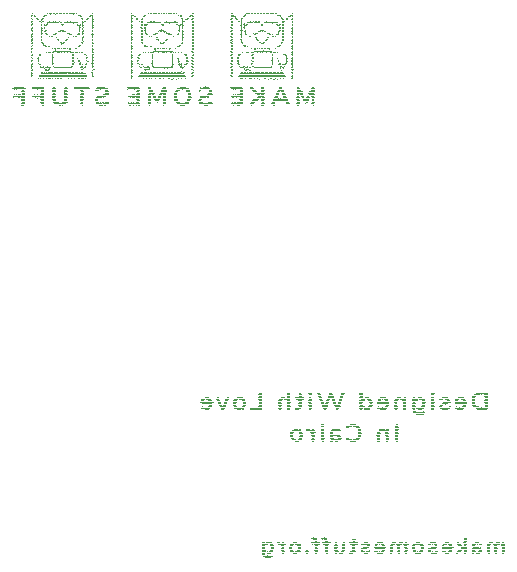
<source format=gbr>
G04 EAGLE Gerber RS-274X export*
G75*
%MOMM*%
%FSLAX34Y34*%
%LPD*%
%INSilkscreen Bottom*%
%IPPOS*%
%AMOC8*
5,1,8,0,0,1.08239X$1,22.5*%
G01*
%ADD10R,0.083819X0.084581*%
%ADD11R,0.086363X0.084581*%
%ADD12R,0.170181X0.084581*%
%ADD13R,0.254000X0.084581*%
%ADD14R,0.170181X0.084838*%
%ADD15R,0.337819X0.084838*%
%ADD16R,0.254000X0.084838*%
%ADD17R,1.099819X0.084838*%
%ADD18R,0.848363X0.084838*%
%ADD19R,0.678181X0.084838*%
%ADD20R,0.086363X0.084838*%
%ADD21R,0.845819X0.084838*%
%ADD22R,0.167637X0.084838*%
%ADD23R,0.337819X0.084581*%
%ADD24R,0.340363X0.084581*%
%ADD25R,1.099819X0.084581*%
%ADD26R,1.183638X0.084581*%
%ADD27R,0.932181X0.084581*%
%ADD28R,0.508000X0.084581*%
%ADD29R,1.016000X0.084581*%
%ADD30R,0.167637X0.084581*%
%ADD31R,0.424181X0.084581*%
%ADD32R,0.340363X0.084838*%
%ADD33R,1.270000X0.084581*%
%ADD34R,0.083819X0.084838*%
%ADD35R,0.508000X0.084838*%
%ADD36R,0.424181X0.084838*%
%ADD37R,0.421637X0.084581*%
%ADD38R,0.591819X0.084581*%
%ADD39R,0.762000X0.084581*%
%ADD40R,0.762000X0.084838*%
%ADD41R,1.016000X0.084838*%
%ADD42R,0.929638X0.084838*%
%ADD43R,0.421637X0.084838*%
%ADD44R,0.594363X0.084838*%
%ADD45R,0.932181X0.084838*%
%ADD46R,0.929638X0.084581*%
%ADD47R,1.353819X0.084581*%
%ADD48R,1.102363X0.084581*%
%ADD49R,0.675638X0.084581*%
%ADD50R,4.150362X0.084838*%
%ADD51R,4.064000X0.084838*%
%ADD52R,4.064000X0.084581*%
%ADD53R,3.980181X0.084581*%
%ADD54R,3.893819X0.084581*%
%ADD55R,3.726181X0.084838*%
%ADD56R,3.810000X0.084838*%
%ADD57R,3.723638X0.084838*%
%ADD58R,3.726181X0.084581*%
%ADD59R,1.440181X0.084581*%
%ADD60R,1.186181X0.084581*%
%ADD61R,1.607819X0.084581*%
%ADD62R,1.610363X0.084581*%
%ADD63R,1.102363X0.084838*%
%ADD64R,1.186181X0.084838*%
%ADD65R,1.524000X0.084581*%
%ADD66R,2.710181X0.084838*%
%ADD67R,2.626362X0.084838*%
%ADD68R,0.675638X0.084838*%
%ADD69R,0.591819X0.084838*%
%ADD70R,0.845819X0.084581*%
%ADD71R,0.594363X0.084581*%
%ADD72R,0.848363X0.084581*%
%ADD73R,0.678181X0.084581*%
%ADD74R,1.440181X0.084838*%


D10*
X332709Y395356D03*
D11*
X319158Y395356D03*
X298838Y395356D03*
D10*
X290367Y395356D03*
D11*
X288678Y395356D03*
D10*
X280207Y395356D03*
X270047Y395356D03*
D11*
X268358Y395356D03*
D10*
X264967Y395356D03*
D12*
X242539Y395356D03*
D11*
X240418Y395356D03*
D13*
X222638Y395356D03*
D11*
X220098Y395356D03*
D10*
X205709Y395356D03*
X193847Y395356D03*
D11*
X184538Y395356D03*
D10*
X182849Y395356D03*
X180309Y395356D03*
D11*
X176918Y395356D03*
D12*
X156179Y395356D03*
X153639Y395356D03*
D11*
X151518Y395356D03*
D10*
X137129Y395356D03*
X120187Y395356D03*
D12*
X118079Y395356D03*
D11*
X103258Y395356D03*
D10*
X87167Y395356D03*
D11*
X85478Y395356D03*
D14*
X332277Y396203D03*
X319577Y396203D03*
D15*
X311119Y396203D03*
D14*
X298419Y396203D03*
D16*
X289516Y396203D03*
X280220Y396203D03*
D17*
X267507Y396203D03*
D18*
X241688Y396203D03*
D19*
X222219Y396203D03*
D20*
X217558Y396203D03*
D16*
X206560Y396203D03*
X193860Y396203D03*
D17*
X180309Y396203D03*
D21*
X154477Y396203D03*
D16*
X136278Y396203D03*
D21*
X118079Y396203D03*
D16*
X103258Y396203D03*
D22*
X86748Y396203D03*
D13*
X331858Y397050D03*
D10*
X325927Y397050D03*
D23*
X319577Y397050D03*
X311119Y397050D03*
X298419Y397050D03*
D24*
X289948Y397050D03*
D23*
X280639Y397050D03*
D25*
X267507Y397050D03*
D26*
X241688Y397050D03*
D27*
X221787Y397050D03*
D13*
X206560Y397050D03*
X193860Y397050D03*
D25*
X180309Y397050D03*
D28*
X157030Y397050D03*
X151086Y397050D03*
D13*
X136278Y397050D03*
D29*
X118066Y397050D03*
D13*
X103258Y397050D03*
D24*
X86748Y397050D03*
D13*
X332696Y397896D03*
D11*
X326778Y397896D03*
D13*
X319996Y397896D03*
X310700Y397896D03*
X298838Y397896D03*
D30*
X289948Y397896D03*
D23*
X281477Y397896D03*
X271317Y397896D03*
D11*
X268358Y397896D03*
X265818Y397896D03*
D10*
X264129Y397896D03*
D23*
X245079Y397896D03*
X237459Y397896D03*
X225597Y397896D03*
X217977Y397896D03*
D13*
X206560Y397896D03*
D10*
X200629Y397896D03*
D13*
X193860Y397896D03*
X183700Y397896D03*
D10*
X180309Y397896D03*
X178607Y397896D03*
X176067Y397896D03*
D24*
X157868Y397896D03*
D11*
X154058Y397896D03*
D10*
X152369Y397896D03*
D13*
X149816Y397896D03*
D12*
X136697Y397896D03*
D31*
X121889Y397896D03*
X114269Y397896D03*
D23*
X102839Y397896D03*
D13*
X87180Y397896D03*
D15*
X332277Y398743D03*
D16*
X325940Y398743D03*
X319158Y398743D03*
X309836Y398743D03*
X299676Y398743D03*
D32*
X289948Y398743D03*
X282328Y398743D03*
D16*
X271736Y398743D03*
D22*
X246768Y398743D03*
D32*
X236608Y398743D03*
X226448Y398743D03*
D15*
X217139Y398743D03*
D16*
X206560Y398743D03*
X199778Y398743D03*
X193860Y398743D03*
X184538Y398743D03*
X159138Y398743D03*
D15*
X149397Y398743D03*
X136697Y398743D03*
D16*
X122740Y398743D03*
X113418Y398743D03*
X103258Y398743D03*
D22*
X86748Y398743D03*
D12*
X332277Y399590D03*
D31*
X325927Y399590D03*
D13*
X319996Y399590D03*
D33*
X304756Y399590D03*
D13*
X289516Y399590D03*
D31*
X282747Y399590D03*
D13*
X271736Y399590D03*
X236176Y399590D03*
X226880Y399590D03*
D24*
X216288Y399590D03*
D13*
X206560Y399590D03*
D23*
X200197Y399590D03*
D13*
X193860Y399590D03*
X184538Y399590D03*
X148978Y399590D03*
X136278Y399590D03*
X122740Y399590D03*
X113418Y399590D03*
X103258Y399590D03*
D24*
X86748Y399590D03*
D12*
X332277Y400436D03*
D31*
X325927Y400436D03*
D13*
X319158Y400436D03*
D33*
X304756Y400436D03*
D24*
X289948Y400436D03*
D28*
X284030Y400436D03*
D23*
X271317Y400436D03*
D13*
X237040Y400436D03*
D23*
X227299Y400436D03*
D24*
X216288Y400436D03*
D13*
X206560Y400436D03*
D28*
X200210Y400436D03*
D13*
X193860Y400436D03*
X183700Y400436D03*
X148978Y400436D03*
D23*
X136697Y400436D03*
D13*
X122740Y400436D03*
D23*
X112999Y400436D03*
X102839Y400436D03*
D24*
X86748Y400436D03*
D15*
X332277Y401283D03*
D22*
X328048Y401283D03*
D15*
X324657Y401283D03*
D16*
X319996Y401283D03*
X308998Y401283D03*
D20*
X306458Y401283D03*
D34*
X304769Y401283D03*
X303067Y401283D03*
D16*
X300540Y401283D03*
X289516Y401283D03*
D32*
X284868Y401283D03*
D16*
X271736Y401283D03*
D35*
X237446Y401283D03*
D15*
X227299Y401283D03*
D32*
X216288Y401283D03*
D16*
X206560Y401283D03*
D35*
X200210Y401283D03*
D16*
X193860Y401283D03*
X184538Y401283D03*
D36*
X149829Y401283D03*
D16*
X136278Y401283D03*
X123578Y401283D03*
X113418Y401283D03*
X103258Y401283D03*
D34*
X99029Y401283D03*
D16*
X87180Y401283D03*
D13*
X332696Y402130D03*
D24*
X328048Y402130D03*
D12*
X323819Y402130D03*
D23*
X319577Y402130D03*
X308579Y402130D03*
X300959Y402130D03*
D13*
X290380Y402130D03*
D37*
X286138Y402130D03*
D13*
X271736Y402130D03*
D10*
X267507Y402130D03*
D30*
X264548Y402130D03*
D11*
X242958Y402130D03*
D38*
X238729Y402130D03*
D23*
X228137Y402130D03*
D13*
X215856Y402130D03*
X206560Y402130D03*
X202318Y402130D03*
X198076Y402130D03*
X193860Y402130D03*
D23*
X184119Y402130D03*
D10*
X181147Y402130D03*
D11*
X179458Y402130D03*
D10*
X177769Y402130D03*
X154909Y402130D03*
D28*
X151086Y402130D03*
D23*
X136697Y402130D03*
X123159Y402130D03*
D13*
X112580Y402130D03*
D23*
X102839Y402130D03*
D10*
X97327Y402130D03*
D24*
X86748Y402130D03*
D11*
X82938Y402130D03*
D10*
X78709Y402130D03*
D13*
X331858Y402976D03*
D30*
X328048Y402976D03*
D13*
X323400Y402976D03*
D12*
X319577Y402976D03*
D13*
X308160Y402976D03*
X301378Y402976D03*
D28*
X288246Y402976D03*
D29*
X267926Y402976D03*
D39*
X240418Y402976D03*
D13*
X227718Y402976D03*
X215856Y402976D03*
X206560Y402976D03*
X202318Y402976D03*
X198076Y402976D03*
X193860Y402976D03*
D29*
X180728Y402976D03*
D39*
X153220Y402976D03*
D13*
X136278Y402976D03*
X122740Y402976D03*
D23*
X112999Y402976D03*
D29*
X99448Y402976D03*
X83370Y402976D03*
D14*
X332277Y403823D03*
D16*
X328480Y403823D03*
X323400Y403823D03*
D15*
X319577Y403823D03*
D16*
X308160Y403823D03*
D15*
X301797Y403823D03*
D40*
X287840Y403823D03*
D41*
X267926Y403823D03*
D19*
X242539Y403823D03*
D16*
X227718Y403823D03*
D32*
X216288Y403823D03*
D16*
X206560Y403823D03*
X203156Y403823D03*
X197238Y403823D03*
X193860Y403823D03*
D41*
X179890Y403823D03*
D19*
X154477Y403823D03*
D16*
X136278Y403823D03*
X123578Y403823D03*
X112580Y403823D03*
D41*
X99448Y403823D03*
D42*
X82938Y403823D03*
D38*
X331007Y404670D03*
D13*
X322536Y404670D03*
D12*
X319577Y404670D03*
D24*
X307728Y404670D03*
D13*
X302216Y404670D03*
X289516Y404670D03*
X286138Y404670D03*
D23*
X271317Y404670D03*
D11*
X268358Y404670D03*
D10*
X266669Y404670D03*
X264967Y404670D03*
D31*
X244647Y404670D03*
D13*
X227718Y404670D03*
X215856Y404670D03*
X206560Y404670D03*
X203156Y404670D03*
D12*
X196819Y404670D03*
D13*
X193860Y404670D03*
D23*
X184119Y404670D03*
D10*
X181147Y404670D03*
D11*
X179458Y404670D03*
D28*
X157030Y404670D03*
D23*
X136697Y404670D03*
X123159Y404670D03*
X112999Y404670D03*
X102839Y404670D03*
D10*
X99029Y404670D03*
X96489Y404670D03*
D13*
X87180Y404670D03*
D10*
X84627Y404670D03*
D11*
X82938Y404670D03*
D10*
X81249Y404670D03*
X79547Y404670D03*
D28*
X330588Y405516D03*
X321266Y405516D03*
D13*
X307296Y405516D03*
X302216Y405516D03*
D24*
X289948Y405516D03*
D31*
X285287Y405516D03*
D13*
X271736Y405516D03*
D23*
X245079Y405516D03*
D13*
X227718Y405516D03*
X215856Y405516D03*
D28*
X205290Y405516D03*
D38*
X195549Y405516D03*
D13*
X184538Y405516D03*
D24*
X157868Y405516D03*
D13*
X137116Y405516D03*
X122740Y405516D03*
D12*
X112999Y405516D03*
D13*
X103258Y405516D03*
X87180Y405516D03*
D35*
X331426Y406363D03*
X320428Y406363D03*
D16*
X306458Y406363D03*
X303080Y406363D03*
X289516Y406363D03*
D15*
X284017Y406363D03*
X271317Y406363D03*
D16*
X245498Y406363D03*
D15*
X227299Y406363D03*
D32*
X216288Y406363D03*
D35*
X205290Y406363D03*
D43*
X194698Y406363D03*
D15*
X184119Y406363D03*
D14*
X158719Y406363D03*
D20*
X156598Y406363D03*
D16*
X136278Y406363D03*
D14*
X123997Y406363D03*
D34*
X121889Y406363D03*
D16*
X112580Y406363D03*
D15*
X102839Y406363D03*
D32*
X86748Y406363D03*
D31*
X331007Y407210D03*
X320847Y407210D03*
D13*
X306458Y407210D03*
X303080Y407210D03*
X289516Y407210D03*
D23*
X283179Y407210D03*
D13*
X271736Y407210D03*
X245498Y407210D03*
D10*
X236189Y407210D03*
D24*
X226448Y407210D03*
D13*
X216720Y407210D03*
D31*
X205709Y407210D03*
D37*
X194698Y407210D03*
D13*
X183700Y407210D03*
D24*
X157868Y407210D03*
D13*
X137116Y407210D03*
D23*
X123159Y407210D03*
X112999Y407210D03*
D13*
X103258Y407210D03*
D24*
X86748Y407210D03*
D23*
X332277Y408056D03*
D24*
X320428Y408056D03*
D28*
X305188Y408056D03*
D24*
X289948Y408056D03*
X282328Y408056D03*
D13*
X271736Y408056D03*
X245498Y408056D03*
D30*
X236608Y408056D03*
D24*
X226448Y408056D03*
D37*
X217558Y408056D03*
D31*
X205709Y408056D03*
D37*
X194698Y408056D03*
D13*
X184538Y408056D03*
X157436Y408056D03*
D23*
X149397Y408056D03*
D13*
X136278Y408056D03*
X122740Y408056D03*
D23*
X112999Y408056D03*
D13*
X103258Y408056D03*
D30*
X86748Y408056D03*
D15*
X331439Y408903D03*
D36*
X320009Y408903D03*
X304769Y408903D03*
D32*
X289948Y408903D03*
D15*
X281477Y408903D03*
X271317Y408903D03*
D20*
X268358Y408903D03*
D34*
X266669Y408903D03*
X264967Y408903D03*
D20*
X263278Y408903D03*
D35*
X244228Y408903D03*
D44*
X237878Y408903D03*
D43*
X225178Y408903D03*
D34*
X221787Y408903D03*
D36*
X218409Y408903D03*
D32*
X206128Y408903D03*
D15*
X194279Y408903D03*
X184119Y408903D03*
D34*
X181147Y408903D03*
D14*
X179039Y408903D03*
D20*
X176918Y408903D03*
D34*
X175229Y408903D03*
D35*
X157030Y408903D03*
D34*
X152369Y408903D03*
D15*
X149397Y408903D03*
D16*
X141358Y408903D03*
D45*
X134589Y408903D03*
D15*
X123159Y408903D03*
D16*
X112580Y408903D03*
D36*
X102407Y408903D03*
D34*
X99029Y408903D03*
D15*
X96057Y408903D03*
D32*
X86748Y408903D03*
D14*
X83357Y408903D03*
D34*
X81249Y408903D03*
X79547Y408903D03*
D23*
X332277Y409750D03*
D13*
X319996Y409750D03*
X304756Y409750D03*
X289516Y409750D03*
D23*
X280639Y409750D03*
D25*
X267507Y409750D03*
D46*
X240418Y409750D03*
D27*
X221787Y409750D03*
D24*
X206128Y409750D03*
D13*
X193860Y409750D03*
D25*
X180309Y409750D03*
D27*
X153207Y409750D03*
D47*
X136697Y409750D03*
D23*
X123159Y409750D03*
X112999Y409750D03*
D29*
X99448Y409750D03*
D48*
X82938Y409750D03*
D12*
X332277Y410596D03*
X319577Y410596D03*
D13*
X304756Y410596D03*
X289516Y410596D03*
X280220Y410596D03*
D29*
X267088Y410596D03*
D38*
X241269Y410596D03*
D10*
X237027Y410596D03*
D38*
X221787Y410596D03*
D13*
X206560Y410596D03*
X193860Y410596D03*
D29*
X179890Y410596D03*
D49*
X152788Y410596D03*
D33*
X136278Y410596D03*
D12*
X123159Y410596D03*
X112999Y410596D03*
D29*
X99448Y410596D03*
D46*
X82938Y410596D03*
D34*
X241269Y411443D03*
D10*
X302229Y417370D03*
D11*
X298838Y417370D03*
D10*
X294609Y417370D03*
X286989Y417370D03*
X216707Y417370D03*
D11*
X212478Y417370D03*
X314078Y418216D03*
D10*
X307309Y418216D03*
X304769Y418216D03*
X300527Y418216D03*
D11*
X296298Y418216D03*
X291218Y418216D03*
D10*
X285287Y418216D03*
X282747Y418216D03*
X280207Y418216D03*
D11*
X278518Y418216D03*
D10*
X275127Y418216D03*
X272587Y418216D03*
D11*
X270898Y418216D03*
D10*
X224327Y418216D03*
X220949Y418216D03*
X218409Y418216D03*
X214167Y418216D03*
D11*
X209938Y418216D03*
D10*
X205709Y418216D03*
D11*
X202318Y418216D03*
D10*
X198927Y418216D03*
X195549Y418216D03*
X193847Y418216D03*
X191307Y418216D03*
X188767Y418216D03*
X178607Y418216D03*
X139669Y418216D03*
X137967Y418216D03*
D11*
X136278Y418216D03*
X133738Y418216D03*
D10*
X130347Y418216D03*
X127807Y418216D03*
X125267Y418216D03*
D11*
X118498Y418216D03*
X115958Y418216D03*
D10*
X114269Y418216D03*
X111729Y418216D03*
X110027Y418216D03*
D11*
X108338Y418216D03*
D10*
X106649Y418216D03*
X104109Y418216D03*
X101569Y418216D03*
X99867Y418216D03*
D34*
X314929Y419063D03*
D50*
X288678Y419063D03*
D16*
X263278Y419063D03*
D20*
X230258Y419063D03*
D51*
X204426Y419063D03*
D34*
X178607Y419063D03*
D22*
X145168Y419063D03*
D51*
X119768Y419063D03*
D22*
X94368Y419063D03*
D12*
X314497Y419910D03*
D52*
X289110Y419910D03*
D11*
X263278Y419910D03*
D12*
X229839Y419910D03*
D52*
X204426Y419910D03*
D12*
X179039Y419910D03*
X146019Y419910D03*
D53*
X120187Y419910D03*
D10*
X93949Y419910D03*
X314929Y420756D03*
D54*
X289097Y420756D03*
D12*
X262859Y420756D03*
D11*
X230258Y420756D03*
D54*
X204439Y420756D03*
D10*
X178607Y420756D03*
X145587Y420756D03*
D53*
X120187Y420756D03*
D30*
X94368Y420756D03*
D14*
X314497Y421603D03*
D55*
X289097Y421603D03*
D14*
X263697Y421603D03*
D20*
X230258Y421603D03*
D56*
X204858Y421603D03*
D14*
X179039Y421603D03*
D34*
X145587Y421603D03*
D57*
X119768Y421603D03*
D34*
X93949Y421603D03*
D10*
X314929Y422450D03*
D58*
X289097Y422450D03*
D11*
X263278Y422450D03*
D12*
X229839Y422450D03*
D58*
X204439Y422450D03*
D10*
X178607Y422450D03*
X145587Y422450D03*
D59*
X132049Y422450D03*
D60*
X118079Y422450D03*
D27*
X106649Y422450D03*
D30*
X94368Y422450D03*
D11*
X314078Y423296D03*
D13*
X305620Y423296D03*
D30*
X302648Y423296D03*
D10*
X300527Y423296D03*
D11*
X298838Y423296D03*
D13*
X296298Y423296D03*
X292920Y423296D03*
X289516Y423296D03*
X286138Y423296D03*
D11*
X283598Y423296D03*
D10*
X281909Y423296D03*
X280207Y423296D03*
D11*
X278518Y423296D03*
D10*
X276829Y423296D03*
D30*
X274708Y423296D03*
X272168Y423296D03*
D11*
X263278Y423296D03*
D12*
X230677Y423296D03*
D11*
X222638Y423296D03*
D12*
X219679Y423296D03*
D11*
X217558Y423296D03*
D12*
X215437Y423296D03*
X212897Y423296D03*
D10*
X210789Y423296D03*
D30*
X208668Y423296D03*
D13*
X205696Y423296D03*
D12*
X202737Y423296D03*
D10*
X200629Y423296D03*
X198927Y423296D03*
D11*
X197238Y423296D03*
D12*
X195117Y423296D03*
D10*
X193009Y423296D03*
X191307Y423296D03*
D11*
X189618Y423296D03*
D12*
X187497Y423296D03*
X179039Y423296D03*
D30*
X145168Y423296D03*
D12*
X136697Y423296D03*
D10*
X134589Y423296D03*
X132887Y423296D03*
D11*
X131198Y423296D03*
D12*
X129077Y423296D03*
D29*
X122308Y423296D03*
D12*
X115539Y423296D03*
D11*
X113418Y423296D03*
D13*
X110878Y423296D03*
D11*
X108338Y423296D03*
D10*
X106649Y423296D03*
X104947Y423296D03*
D12*
X102839Y423296D03*
D10*
X93949Y423296D03*
D14*
X314497Y424143D03*
X262859Y424143D03*
D20*
X230258Y424143D03*
D34*
X220949Y424143D03*
X178607Y424143D03*
D14*
X146019Y424143D03*
D22*
X94368Y424143D03*
D10*
X314929Y424990D03*
X305607Y424990D03*
D11*
X278518Y424990D03*
D12*
X275559Y424990D03*
X263697Y424990D03*
D10*
X231109Y424990D03*
X190469Y424990D03*
D12*
X179039Y424990D03*
D10*
X145587Y424990D03*
D12*
X107919Y424990D03*
D11*
X105798Y424990D03*
D30*
X94368Y424990D03*
D10*
X315767Y425836D03*
D11*
X314078Y425836D03*
D13*
X276816Y425836D03*
D10*
X274289Y425836D03*
D11*
X263278Y425836D03*
D12*
X229839Y425836D03*
D23*
X192577Y425836D03*
D11*
X189618Y425836D03*
D10*
X178607Y425836D03*
D11*
X146438Y425836D03*
X136278Y425836D03*
D12*
X108757Y425836D03*
X106217Y425836D03*
D10*
X94787Y425836D03*
D20*
X314078Y426683D03*
D34*
X307309Y426683D03*
X304769Y426683D03*
D32*
X277248Y426683D03*
D34*
X274289Y426683D03*
D20*
X270898Y426683D03*
X263278Y426683D03*
X230258Y426683D03*
D34*
X221787Y426683D03*
D20*
X220098Y426683D03*
D34*
X209087Y426683D03*
X206547Y426683D03*
D20*
X202318Y426683D03*
D34*
X193847Y426683D03*
D14*
X191739Y426683D03*
X189199Y426683D03*
X179039Y426683D03*
D22*
X145168Y426683D03*
D34*
X137967Y426683D03*
X109189Y426683D03*
D22*
X107068Y426683D03*
D34*
X104947Y426683D03*
X93949Y426683D03*
D12*
X314497Y427530D03*
X306877Y427530D03*
D10*
X304769Y427530D03*
D61*
X289529Y427530D03*
D11*
X278518Y427530D03*
D13*
X275978Y427530D03*
D24*
X272168Y427530D03*
D12*
X262859Y427530D03*
D11*
X230258Y427530D03*
D12*
X222219Y427530D03*
D11*
X220098Y427530D03*
D62*
X204858Y427530D03*
D38*
X191307Y427530D03*
D12*
X186659Y427530D03*
D10*
X178607Y427530D03*
X145587Y427530D03*
D11*
X138818Y427530D03*
D13*
X136278Y427530D03*
D61*
X120187Y427530D03*
D31*
X107487Y427530D03*
D23*
X102839Y427530D03*
D10*
X93949Y427530D03*
X314929Y428376D03*
X308147Y428376D03*
D30*
X305188Y428376D03*
D10*
X297149Y428376D03*
D12*
X281477Y428376D03*
D10*
X276829Y428376D03*
D11*
X273438Y428376D03*
D10*
X270047Y428376D03*
D12*
X263697Y428376D03*
X229839Y428376D03*
D10*
X223489Y428376D03*
D12*
X220517Y428376D03*
X212897Y428376D03*
X196819Y428376D03*
D11*
X192158Y428376D03*
D10*
X188767Y428376D03*
X185389Y428376D03*
D12*
X179039Y428376D03*
X146019Y428376D03*
D10*
X139669Y428376D03*
D11*
X136278Y428376D03*
D12*
X128239Y428376D03*
D10*
X112567Y428376D03*
X107487Y428376D03*
X104109Y428376D03*
X101569Y428376D03*
D30*
X94368Y428376D03*
D34*
X314929Y429223D03*
D14*
X308579Y429223D03*
X306039Y429223D03*
D20*
X303918Y429223D03*
D22*
X297568Y429223D03*
D20*
X281058Y429223D03*
D16*
X271736Y429223D03*
D20*
X263278Y429223D03*
X230258Y429223D03*
D16*
X223476Y429223D03*
D34*
X220949Y429223D03*
X219247Y429223D03*
X213329Y429223D03*
X196387Y429223D03*
D15*
X186659Y429223D03*
D34*
X178607Y429223D03*
X145587Y429223D03*
D19*
X136697Y429223D03*
D20*
X128658Y429223D03*
D22*
X112148Y429223D03*
D14*
X103677Y429223D03*
X101137Y429223D03*
D34*
X93949Y429223D03*
D12*
X314497Y430070D03*
X308579Y430070D03*
D11*
X306458Y430070D03*
D13*
X303918Y430070D03*
D10*
X297987Y430070D03*
X280207Y430070D03*
D30*
X269628Y430070D03*
D11*
X263278Y430070D03*
X230258Y430070D03*
D13*
X224340Y430070D03*
D23*
X219679Y430070D03*
D30*
X213748Y430070D03*
D10*
X196387Y430070D03*
D11*
X187078Y430070D03*
D10*
X185389Y430070D03*
D12*
X179039Y430070D03*
D10*
X145587Y430070D03*
D30*
X140088Y430070D03*
D10*
X137129Y430070D03*
D30*
X135008Y430070D03*
D11*
X128658Y430070D03*
D10*
X111729Y430070D03*
D12*
X101137Y430070D03*
D30*
X94368Y430070D03*
D12*
X314497Y430916D03*
X309417Y430916D03*
X304337Y430916D03*
D10*
X297987Y430916D03*
D12*
X280639Y430916D03*
X268777Y430916D03*
X262859Y430916D03*
X229839Y430916D03*
D11*
X225178Y430916D03*
D10*
X220949Y430916D03*
X219247Y430916D03*
X213329Y430916D03*
D30*
X195968Y430916D03*
D12*
X184119Y430916D03*
X179039Y430916D03*
D13*
X145600Y430916D03*
D10*
X140507Y430916D03*
D30*
X135008Y430916D03*
D11*
X128658Y430916D03*
D30*
X112148Y430916D03*
D10*
X99867Y430916D03*
X94787Y430916D03*
D34*
X314929Y431763D03*
X309849Y431763D03*
D16*
X303918Y431763D03*
D34*
X297987Y431763D03*
D20*
X281058Y431763D03*
D34*
X269209Y431763D03*
D14*
X263697Y431763D03*
D20*
X230258Y431763D03*
X225178Y431763D03*
X220098Y431763D03*
D34*
X218409Y431763D03*
X213329Y431763D03*
X196387Y431763D03*
D20*
X184538Y431763D03*
D34*
X178607Y431763D03*
X145587Y431763D03*
D14*
X140939Y431763D03*
D34*
X135427Y431763D03*
X130347Y431763D03*
D20*
X128658Y431763D03*
D34*
X111729Y431763D03*
D22*
X99448Y431763D03*
X94368Y431763D03*
D11*
X314078Y432610D03*
D30*
X310268Y432610D03*
D10*
X303067Y432610D03*
X297987Y432610D03*
D11*
X281058Y432610D03*
D12*
X268777Y432610D03*
D11*
X263278Y432610D03*
X230258Y432610D03*
D13*
X226016Y432610D03*
D30*
X218828Y432610D03*
D10*
X213329Y432610D03*
X196387Y432610D03*
X183687Y432610D03*
D12*
X179039Y432610D03*
D10*
X145587Y432610D03*
D11*
X141358Y432610D03*
D12*
X134157Y432610D03*
D11*
X128658Y432610D03*
D10*
X111729Y432610D03*
X99867Y432610D03*
X93949Y432610D03*
D12*
X314497Y433456D03*
D10*
X309849Y433456D03*
X303067Y433456D03*
D30*
X297568Y433456D03*
D10*
X280207Y433456D03*
D11*
X268358Y433456D03*
X263278Y433456D03*
D12*
X229839Y433456D03*
D11*
X225178Y433456D03*
D10*
X218409Y433456D03*
X213329Y433456D03*
X196387Y433456D03*
D12*
X184119Y433456D03*
D10*
X178607Y433456D03*
D12*
X146019Y433456D03*
D10*
X140507Y433456D03*
D11*
X133738Y433456D03*
X128658Y433456D03*
D10*
X111729Y433456D03*
X99867Y433456D03*
D30*
X94368Y433456D03*
D34*
X314929Y434303D03*
X309849Y434303D03*
X297987Y434303D03*
D14*
X280639Y434303D03*
X268777Y434303D03*
X262859Y434303D03*
D20*
X230258Y434303D03*
X225178Y434303D03*
D34*
X218409Y434303D03*
X213329Y434303D03*
D22*
X195968Y434303D03*
D14*
X184119Y434303D03*
X179039Y434303D03*
D34*
X145587Y434303D03*
D14*
X140939Y434303D03*
D20*
X133738Y434303D03*
X128658Y434303D03*
D34*
X111729Y434303D03*
X99867Y434303D03*
D22*
X94368Y434303D03*
D12*
X314497Y435150D03*
D30*
X310268Y435150D03*
D10*
X302229Y435150D03*
X297987Y435150D03*
D11*
X281058Y435150D03*
X268358Y435150D03*
D12*
X263697Y435150D03*
D11*
X230258Y435150D03*
D12*
X225597Y435150D03*
D11*
X217558Y435150D03*
D10*
X213329Y435150D03*
X196387Y435150D03*
D11*
X184538Y435150D03*
D10*
X178607Y435150D03*
X145587Y435150D03*
X140507Y435150D03*
X132887Y435150D03*
D11*
X128658Y435150D03*
D10*
X111729Y435150D03*
D30*
X99448Y435150D03*
D10*
X94787Y435150D03*
X314929Y435996D03*
X309849Y435996D03*
X297987Y435996D03*
D11*
X281058Y435996D03*
D12*
X268777Y435996D03*
D11*
X263278Y435996D03*
D12*
X229839Y435996D03*
D11*
X225178Y435996D03*
D10*
X213329Y435996D03*
X196387Y435996D03*
D12*
X184119Y435996D03*
X179039Y435996D03*
X146019Y435996D03*
X140939Y435996D03*
D11*
X128658Y435996D03*
D30*
X112148Y435996D03*
D10*
X99867Y435996D03*
X93949Y435996D03*
D14*
X314497Y436843D03*
D34*
X309849Y436843D03*
D22*
X297568Y436843D03*
D20*
X281058Y436843D03*
D14*
X268777Y436843D03*
D20*
X263278Y436843D03*
D14*
X230677Y436843D03*
D20*
X225178Y436843D03*
D34*
X213329Y436843D03*
X196387Y436843D03*
D20*
X184538Y436843D03*
D34*
X178607Y436843D03*
X145587Y436843D03*
D14*
X140939Y436843D03*
D20*
X128658Y436843D03*
D34*
X111729Y436843D03*
D14*
X100299Y436843D03*
D22*
X94368Y436843D03*
D10*
X314929Y437690D03*
D12*
X309417Y437690D03*
D10*
X297987Y437690D03*
D12*
X280639Y437690D03*
D30*
X269628Y437690D03*
D12*
X262859Y437690D03*
D11*
X230258Y437690D03*
D12*
X224759Y437690D03*
D10*
X213329Y437690D03*
X196387Y437690D03*
D12*
X184957Y437690D03*
X179039Y437690D03*
D10*
X145587Y437690D03*
X140507Y437690D03*
D11*
X128658Y437690D03*
D10*
X111729Y437690D03*
D11*
X100718Y437690D03*
D30*
X94368Y437690D03*
D12*
X314497Y438536D03*
D13*
X308160Y438536D03*
D10*
X297987Y438536D03*
D11*
X281058Y438536D03*
D13*
X270060Y438536D03*
D12*
X263697Y438536D03*
D10*
X231109Y438536D03*
D13*
X224340Y438536D03*
D10*
X213329Y438536D03*
X196387Y438536D03*
D30*
X185808Y438536D03*
D10*
X178607Y438536D03*
D12*
X146019Y438536D03*
X139237Y438536D03*
D11*
X128658Y438536D03*
D10*
X111729Y438536D03*
D12*
X101137Y438536D03*
D10*
X94787Y438536D03*
D34*
X314929Y439383D03*
D17*
X303067Y439383D03*
D63*
X275978Y439383D03*
D20*
X263278Y439383D03*
D14*
X229839Y439383D03*
D17*
X218409Y439383D03*
X191307Y439383D03*
D14*
X179039Y439383D03*
D22*
X145168Y439383D03*
D64*
X134157Y439383D03*
D17*
X106649Y439383D03*
D22*
X94368Y439383D03*
D12*
X314497Y440230D03*
D10*
X302229Y440230D03*
X300527Y440230D03*
D11*
X298838Y440230D03*
D12*
X296717Y440230D03*
D10*
X292907Y440230D03*
X289529Y440230D03*
X287827Y440230D03*
X285287Y440230D03*
D13*
X281058Y440230D03*
D10*
X277667Y440230D03*
D11*
X275978Y440230D03*
D10*
X272587Y440230D03*
D11*
X263278Y440230D03*
X230258Y440230D03*
D10*
X220949Y440230D03*
X218409Y440230D03*
X215869Y440230D03*
X214167Y440230D03*
D12*
X212059Y440230D03*
D10*
X208249Y440230D03*
X206547Y440230D03*
D11*
X204858Y440230D03*
D10*
X201467Y440230D03*
D12*
X196819Y440230D03*
D11*
X194698Y440230D03*
D10*
X193009Y440230D03*
X190469Y440230D03*
X188767Y440230D03*
X178607Y440230D03*
D12*
X146019Y440230D03*
D11*
X136278Y440230D03*
D10*
X134589Y440230D03*
X132887Y440230D03*
D11*
X131198Y440230D03*
D23*
X128239Y440230D03*
D10*
X124429Y440230D03*
X121889Y440230D03*
X119349Y440230D03*
X117647Y440230D03*
D11*
X115958Y440230D03*
D30*
X112148Y440230D03*
D10*
X110027Y440230D03*
D11*
X108338Y440230D03*
D10*
X106649Y440230D03*
X93949Y440230D03*
X314929Y441076D03*
D61*
X289529Y441076D03*
D12*
X262859Y441076D03*
X229839Y441076D03*
D62*
X204858Y441076D03*
D10*
X178607Y441076D03*
X145587Y441076D03*
D65*
X119768Y441076D03*
D10*
X93949Y441076D03*
D14*
X314497Y441923D03*
D22*
X295028Y441923D03*
D34*
X290367Y441923D03*
D20*
X283598Y441923D03*
D14*
X263697Y441923D03*
D20*
X230258Y441923D03*
D14*
X210357Y441923D03*
D34*
X198927Y441923D03*
D14*
X179039Y441923D03*
D34*
X145587Y441923D03*
D14*
X126537Y441923D03*
D34*
X114269Y441923D03*
D22*
X94368Y441923D03*
D10*
X314929Y442770D03*
X295447Y442770D03*
D12*
X283179Y442770D03*
D11*
X263278Y442770D03*
X230258Y442770D03*
D10*
X210789Y442770D03*
D30*
X198508Y442770D03*
D10*
X178607Y442770D03*
D12*
X146019Y442770D03*
D11*
X126118Y442770D03*
D10*
X114269Y442770D03*
X93949Y442770D03*
D12*
X314497Y443616D03*
D10*
X300527Y443616D03*
X295447Y443616D03*
D11*
X293758Y443616D03*
X291218Y443616D03*
X288678Y443616D03*
D10*
X286989Y443616D03*
X285287Y443616D03*
D12*
X283179Y443616D03*
D10*
X280207Y443616D03*
D11*
X263278Y443616D03*
X230258Y443616D03*
D10*
X215869Y443616D03*
D30*
X211208Y443616D03*
D10*
X208249Y443616D03*
X206547Y443616D03*
D11*
X204858Y443616D03*
D10*
X203169Y443616D03*
D30*
X201048Y443616D03*
X198508Y443616D03*
D12*
X179039Y443616D03*
D10*
X145587Y443616D03*
D11*
X131198Y443616D03*
D12*
X126537Y443616D03*
D10*
X124429Y443616D03*
X122727Y443616D03*
D11*
X121038Y443616D03*
D10*
X119349Y443616D03*
X117647Y443616D03*
D11*
X115958Y443616D03*
D12*
X113837Y443616D03*
D10*
X111729Y443616D03*
D30*
X94368Y443616D03*
D34*
X314929Y444463D03*
D66*
X289097Y444463D03*
D14*
X262859Y444463D03*
X229839Y444463D03*
D67*
X204858Y444463D03*
D34*
X178607Y444463D03*
D14*
X146019Y444463D03*
D66*
X120619Y444463D03*
D22*
X94368Y444463D03*
D12*
X314497Y445310D03*
D13*
X303080Y445310D03*
D10*
X276829Y445310D03*
D30*
X274708Y445310D03*
D11*
X263278Y445310D03*
X230258Y445310D03*
D13*
X218396Y445310D03*
D11*
X194698Y445310D03*
D24*
X190888Y445310D03*
D12*
X179039Y445310D03*
D10*
X145587Y445310D03*
D12*
X134157Y445310D03*
D11*
X108338Y445310D03*
D12*
X106217Y445310D03*
D10*
X93949Y445310D03*
X314929Y446156D03*
D12*
X304337Y446156D03*
D13*
X274276Y446156D03*
D12*
X263697Y446156D03*
D11*
X230258Y446156D03*
D12*
X219679Y446156D03*
X190037Y446156D03*
D10*
X178607Y446156D03*
X145587Y446156D03*
D30*
X135008Y446156D03*
D13*
X104960Y446156D03*
D10*
X94787Y446156D03*
D14*
X314497Y447003D03*
D22*
X305188Y447003D03*
D14*
X289097Y447003D03*
X273019Y447003D03*
D20*
X263278Y447003D03*
D14*
X229839Y447003D03*
X220517Y447003D03*
D20*
X204858Y447003D03*
D22*
X188348Y447003D03*
D14*
X179039Y447003D03*
D22*
X145168Y447003D03*
D14*
X135859Y447003D03*
D34*
X119349Y447003D03*
X104109Y447003D03*
D22*
X94368Y447003D03*
D12*
X314497Y447850D03*
D10*
X305607Y447850D03*
D13*
X289516Y447850D03*
D10*
X272587Y447850D03*
D11*
X263278Y447850D03*
X230258Y447850D03*
D30*
X221368Y447850D03*
D23*
X204439Y447850D03*
D10*
X187929Y447850D03*
X178607Y447850D03*
D12*
X146019Y447850D03*
D10*
X137129Y447850D03*
D13*
X120200Y447850D03*
D12*
X103677Y447850D03*
D30*
X94368Y447850D03*
D10*
X314929Y448696D03*
D12*
X306039Y448696D03*
X290799Y448696D03*
D30*
X287408Y448696D03*
X272168Y448696D03*
D12*
X262859Y448696D03*
D11*
X230258Y448696D03*
D10*
X221787Y448696D03*
D30*
X206128Y448696D03*
D10*
X203169Y448696D03*
D12*
X187497Y448696D03*
D10*
X178607Y448696D03*
X145587Y448696D03*
D12*
X136697Y448696D03*
X121457Y448696D03*
X118917Y448696D03*
X102839Y448696D03*
D10*
X94787Y448696D03*
D34*
X314929Y449543D03*
D20*
X306458Y449543D03*
D14*
X291637Y449543D03*
D22*
X287408Y449543D03*
D34*
X271749Y449543D03*
X264129Y449543D03*
D16*
X230258Y449543D03*
D14*
X222219Y449543D03*
X206979Y449543D03*
X202737Y449543D03*
X187497Y449543D03*
X179039Y449543D03*
X146019Y449543D03*
D34*
X137967Y449543D03*
D22*
X122308Y449543D03*
D16*
X117660Y449543D03*
D20*
X103258Y449543D03*
D34*
X93949Y449543D03*
D12*
X314497Y450390D03*
D11*
X306458Y450390D03*
D30*
X292488Y450390D03*
D12*
X285719Y450390D03*
D10*
X271749Y450390D03*
D12*
X262859Y450390D03*
D11*
X230258Y450390D03*
D10*
X221787Y450390D03*
D12*
X207817Y450390D03*
D10*
X201467Y450390D03*
D11*
X187078Y450390D03*
D10*
X178607Y450390D03*
X145587Y450390D03*
X137129Y450390D03*
D12*
X123159Y450390D03*
D10*
X116809Y450390D03*
X102407Y450390D03*
D30*
X94368Y450390D03*
D10*
X314929Y451236D03*
D11*
X306458Y451236D03*
D12*
X293339Y451236D03*
D30*
X284868Y451236D03*
D12*
X271317Y451236D03*
D11*
X263278Y451236D03*
X230258Y451236D03*
D10*
X221787Y451236D03*
D30*
X208668Y451236D03*
D13*
X200616Y451236D03*
D11*
X187078Y451236D03*
D12*
X179039Y451236D03*
D10*
X145587Y451236D03*
X137129Y451236D03*
D12*
X123997Y451236D03*
X116377Y451236D03*
D10*
X102407Y451236D03*
D30*
X94368Y451236D03*
D14*
X314497Y452083D03*
X306877Y452083D03*
X294177Y452083D03*
D34*
X284449Y452083D03*
D22*
X272168Y452083D03*
D14*
X263697Y452083D03*
X229839Y452083D03*
D34*
X221787Y452083D03*
D14*
X209519Y452083D03*
D20*
X199778Y452083D03*
D14*
X187497Y452083D03*
D34*
X178607Y452083D03*
D14*
X146019Y452083D03*
D34*
X137129Y452083D03*
D22*
X124848Y452083D03*
D14*
X115539Y452083D03*
X102839Y452083D03*
D34*
X94787Y452083D03*
D10*
X314929Y452930D03*
D11*
X306458Y452930D03*
X293758Y452930D03*
X283598Y452930D03*
D10*
X271749Y452930D03*
D11*
X263278Y452930D03*
X230258Y452930D03*
D12*
X222219Y452930D03*
D11*
X199778Y452930D03*
X187078Y452930D03*
D12*
X179039Y452930D03*
D10*
X145587Y452930D03*
D30*
X137548Y452930D03*
D10*
X125267Y452930D03*
X115107Y452930D03*
X102407Y452930D03*
X93949Y452930D03*
X314929Y453776D03*
D11*
X306458Y453776D03*
D10*
X300527Y453776D03*
D12*
X298419Y453776D03*
X278937Y453776D03*
D10*
X271749Y453776D03*
D12*
X262859Y453776D03*
D11*
X230258Y453776D03*
D10*
X221787Y453776D03*
X214167Y453776D03*
X195549Y453776D03*
X193847Y453776D03*
D12*
X187497Y453776D03*
D10*
X178607Y453776D03*
X145587Y453776D03*
X137967Y453776D03*
D11*
X131198Y453776D03*
D10*
X129509Y453776D03*
D11*
X110878Y453776D03*
D10*
X109189Y453776D03*
X102407Y453776D03*
D30*
X94368Y453776D03*
D14*
X314497Y454623D03*
D20*
X306458Y454623D03*
D36*
X300527Y454623D03*
D14*
X296717Y454623D03*
D19*
X278937Y454623D03*
D34*
X271749Y454623D03*
D20*
X263278Y454623D03*
D14*
X229839Y454623D03*
D34*
X221787Y454623D03*
D44*
X215018Y454623D03*
X194698Y454623D03*
D20*
X187078Y454623D03*
D14*
X179039Y454623D03*
D34*
X145587Y454623D03*
D22*
X137548Y454623D03*
D68*
X129928Y454623D03*
D69*
X110027Y454623D03*
D14*
X102839Y454623D03*
D34*
X93949Y454623D03*
D10*
X314929Y455470D03*
D12*
X306877Y455470D03*
D13*
X302216Y455470D03*
D10*
X297987Y455470D03*
D12*
X295879Y455470D03*
X283179Y455470D03*
X275559Y455470D03*
X271317Y455470D03*
X263697Y455470D03*
X230677Y455470D03*
X222219Y455470D03*
X217977Y455470D03*
D24*
X211208Y455470D03*
D13*
X198076Y455470D03*
D12*
X191739Y455470D03*
D11*
X187078Y455470D03*
D10*
X178607Y455470D03*
D13*
X145600Y455470D03*
D10*
X137129Y455470D03*
D13*
X133738Y455470D03*
X126956Y455470D03*
X113418Y455470D03*
D30*
X107068Y455470D03*
D10*
X102407Y455470D03*
D30*
X94368Y455470D03*
D12*
X314497Y456316D03*
D11*
X306458Y456316D03*
D10*
X303067Y456316D03*
D13*
X294596Y456316D03*
X284436Y456316D03*
D10*
X281909Y456316D03*
X275127Y456316D03*
X271749Y456316D03*
D11*
X263278Y456316D03*
X230258Y456316D03*
D10*
X221787Y456316D03*
X218409Y456316D03*
D23*
X209519Y456316D03*
D13*
X199778Y456316D03*
D30*
X190888Y456316D03*
D12*
X187497Y456316D03*
X179039Y456316D03*
D10*
X145587Y456316D03*
D30*
X137548Y456316D03*
D11*
X133738Y456316D03*
D13*
X125280Y456316D03*
D30*
X114688Y456316D03*
D12*
X106217Y456316D03*
X102839Y456316D03*
D10*
X94787Y456316D03*
D34*
X314929Y457163D03*
D20*
X306458Y457163D03*
D34*
X303067Y457163D03*
D16*
X292056Y457163D03*
X285300Y457163D03*
D34*
X275127Y457163D03*
X271749Y457163D03*
D20*
X263278Y457163D03*
D14*
X229839Y457163D03*
D34*
X221787Y457163D03*
D22*
X218828Y457163D03*
D34*
X208249Y457163D03*
X206547Y457163D03*
D16*
X201480Y457163D03*
D34*
X190469Y457163D03*
D20*
X187078Y457163D03*
D34*
X178607Y457163D03*
D14*
X146019Y457163D03*
D34*
X137129Y457163D03*
D14*
X134157Y457163D03*
X123159Y457163D03*
D16*
X115958Y457163D03*
D20*
X105798Y457163D03*
D34*
X102407Y457163D03*
D22*
X94368Y457163D03*
D12*
X314497Y458010D03*
D11*
X306458Y458010D03*
D12*
X303499Y458010D03*
X291637Y458010D03*
D10*
X289529Y458010D03*
D13*
X286976Y458010D03*
D30*
X274708Y458010D03*
D10*
X271749Y458010D03*
D12*
X262859Y458010D03*
D11*
X230258Y458010D03*
D12*
X222219Y458010D03*
D10*
X219247Y458010D03*
D13*
X206560Y458010D03*
D30*
X203588Y458010D03*
D10*
X201467Y458010D03*
X190469Y458010D03*
D11*
X187078Y458010D03*
D12*
X179039Y458010D03*
D10*
X145587Y458010D03*
D30*
X137548Y458010D03*
D10*
X134589Y458010D03*
D23*
X121457Y458010D03*
D13*
X117660Y458010D03*
D12*
X105379Y458010D03*
D10*
X102407Y458010D03*
X94787Y458010D03*
X314929Y458856D03*
D12*
X306877Y458856D03*
D11*
X303918Y458856D03*
D23*
X289097Y458856D03*
D10*
X275127Y458856D03*
D13*
X271736Y458856D03*
D12*
X263697Y458856D03*
D11*
X230258Y458856D03*
D10*
X221787Y458856D03*
D30*
X218828Y458856D03*
D13*
X204858Y458856D03*
D11*
X202318Y458856D03*
D12*
X190037Y458856D03*
X187497Y458856D03*
D10*
X178607Y458856D03*
X145587Y458856D03*
X137967Y458856D03*
X134589Y458856D03*
D24*
X119768Y458856D03*
D11*
X105798Y458856D03*
D12*
X102839Y458856D03*
D30*
X94368Y458856D03*
D34*
X314929Y459703D03*
D20*
X306458Y459703D03*
D14*
X303499Y459703D03*
D22*
X274708Y459703D03*
D34*
X271749Y459703D03*
D20*
X263278Y459703D03*
D14*
X229839Y459703D03*
X222219Y459703D03*
D34*
X219247Y459703D03*
X204007Y459703D03*
X190469Y459703D03*
D20*
X187078Y459703D03*
D14*
X179039Y459703D03*
X146019Y459703D03*
D20*
X138818Y459703D03*
D34*
X137129Y459703D03*
X134589Y459703D03*
D20*
X105798Y459703D03*
D34*
X102407Y459703D03*
X93949Y459703D03*
D12*
X314497Y460550D03*
D11*
X306458Y460550D03*
X303918Y460550D03*
D10*
X274289Y460550D03*
X271749Y460550D03*
D11*
X263278Y460550D03*
X230258Y460550D03*
D10*
X221787Y460550D03*
X219247Y460550D03*
D12*
X190037Y460550D03*
D11*
X187078Y460550D03*
D10*
X178607Y460550D03*
X145587Y460550D03*
X137129Y460550D03*
X134589Y460550D03*
X104947Y460550D03*
D12*
X102839Y460550D03*
D30*
X94368Y460550D03*
D10*
X314929Y461396D03*
D12*
X306877Y461396D03*
D11*
X303918Y461396D03*
D12*
X273857Y461396D03*
D10*
X271749Y461396D03*
D12*
X262859Y461396D03*
D11*
X230258Y461396D03*
D10*
X221787Y461396D03*
X219247Y461396D03*
D11*
X189618Y461396D03*
D12*
X186659Y461396D03*
X179039Y461396D03*
X146019Y461396D03*
D10*
X137967Y461396D03*
D30*
X135008Y461396D03*
D10*
X104947Y461396D03*
X102407Y461396D03*
X94787Y461396D03*
D14*
X314497Y462243D03*
D20*
X306458Y462243D03*
D14*
X304337Y462243D03*
D34*
X274289Y462243D03*
X271749Y462243D03*
D14*
X263697Y462243D03*
X229839Y462243D03*
D34*
X221787Y462243D03*
X219247Y462243D03*
D14*
X190037Y462243D03*
D20*
X187078Y462243D03*
D34*
X178607Y462243D03*
X145587Y462243D03*
X137129Y462243D03*
X134589Y462243D03*
D14*
X105379Y462243D03*
X102839Y462243D03*
D22*
X94368Y462243D03*
D10*
X314929Y463090D03*
D11*
X306458Y463090D03*
D13*
X303080Y463090D03*
D12*
X289097Y463090D03*
D13*
X275140Y463090D03*
D12*
X271317Y463090D03*
D11*
X263278Y463090D03*
X230258Y463090D03*
D12*
X222219Y463090D03*
D13*
X219260Y463090D03*
D11*
X204858Y463090D03*
D13*
X190456Y463090D03*
D12*
X187497Y463090D03*
X179039Y463090D03*
X146019Y463090D03*
D30*
X137548Y463090D03*
D23*
X134157Y463090D03*
D10*
X120187Y463090D03*
D13*
X105798Y463090D03*
D10*
X102407Y463090D03*
X93949Y463090D03*
X314929Y463936D03*
D12*
X306877Y463936D03*
D11*
X303918Y463936D03*
D12*
X301797Y463936D03*
X289097Y463936D03*
D11*
X275978Y463936D03*
D12*
X273857Y463936D03*
D10*
X271749Y463936D03*
D11*
X263278Y463936D03*
X230258Y463936D03*
D10*
X221787Y463936D03*
D11*
X220098Y463936D03*
D12*
X217139Y463936D03*
D13*
X204858Y463936D03*
D12*
X191739Y463936D03*
D11*
X189618Y463936D03*
X187078Y463936D03*
D10*
X178607Y463936D03*
X145587Y463936D03*
X137129Y463936D03*
X135427Y463936D03*
X132887Y463936D03*
D13*
X120200Y463936D03*
D30*
X107068Y463936D03*
D10*
X104947Y463936D03*
X102407Y463936D03*
D30*
X94368Y463936D03*
D14*
X314497Y464783D03*
D20*
X306458Y464783D03*
D14*
X301797Y464783D03*
D34*
X297987Y464783D03*
D16*
X290380Y464783D03*
D22*
X287408Y464783D03*
D20*
X281058Y464783D03*
D14*
X276397Y464783D03*
D34*
X274289Y464783D03*
X271749Y464783D03*
D14*
X262859Y464783D03*
X229839Y464783D03*
D34*
X221787Y464783D03*
D14*
X217139Y464783D03*
D20*
X212478Y464783D03*
D34*
X210789Y464783D03*
D22*
X206128Y464783D03*
D16*
X203156Y464783D03*
D14*
X192577Y464783D03*
D20*
X187078Y464783D03*
D14*
X179039Y464783D03*
D34*
X145587Y464783D03*
X137129Y464783D03*
D22*
X132468Y464783D03*
D34*
X129509Y464783D03*
D14*
X121457Y464783D03*
D16*
X118498Y464783D03*
D34*
X107487Y464783D03*
D14*
X102839Y464783D03*
D34*
X94787Y464783D03*
D10*
X314929Y465630D03*
D11*
X306458Y465630D03*
D48*
X296298Y465630D03*
D28*
X284868Y465630D03*
X278950Y465630D03*
D10*
X271749Y465630D03*
D12*
X263697Y465630D03*
D11*
X230258Y465630D03*
D10*
X221787Y465630D03*
D60*
X212059Y465630D03*
D48*
X197238Y465630D03*
D11*
X187078Y465630D03*
D10*
X178607Y465630D03*
X145587Y465630D03*
D30*
X137548Y465630D03*
D26*
X127388Y465630D03*
D11*
X118498Y465630D03*
D29*
X112148Y465630D03*
D10*
X102407Y465630D03*
X93949Y465630D03*
X314929Y466476D03*
D13*
X307296Y466476D03*
D10*
X292907Y466476D03*
D11*
X286138Y466476D03*
X283598Y466476D03*
D10*
X281909Y466476D03*
X279369Y466476D03*
X271749Y466476D03*
D30*
X269628Y466476D03*
D11*
X263278Y466476D03*
X230258Y466476D03*
D13*
X222638Y466476D03*
D11*
X215018Y466476D03*
D10*
X208249Y466476D03*
D11*
X197238Y466476D03*
X194698Y466476D03*
D12*
X187497Y466476D03*
D10*
X185389Y466476D03*
D12*
X179039Y466476D03*
X146019Y466476D03*
X139237Y466476D03*
D10*
X137129Y466476D03*
X126969Y466476D03*
X124429Y466476D03*
X117647Y466476D03*
X114269Y466476D03*
X112567Y466476D03*
X109189Y466476D03*
D11*
X103258Y466476D03*
D12*
X101137Y466476D03*
D30*
X94368Y466476D03*
D14*
X314497Y467323D03*
D16*
X308998Y467323D03*
D20*
X306458Y467323D03*
D34*
X271749Y467323D03*
D22*
X269628Y467323D03*
D20*
X263278Y467323D03*
X230258Y467323D03*
D22*
X223908Y467323D03*
D34*
X221787Y467323D03*
D20*
X187078Y467323D03*
D14*
X184957Y467323D03*
D34*
X178607Y467323D03*
X145587Y467323D03*
D22*
X140088Y467323D03*
X137548Y467323D03*
D34*
X102407Y467323D03*
D22*
X99448Y467323D03*
X94368Y467323D03*
D11*
X314078Y468170D03*
D30*
X310268Y468170D03*
D11*
X306458Y468170D03*
D10*
X271749Y468170D03*
D12*
X267939Y468170D03*
X262859Y468170D03*
X229839Y468170D03*
D13*
X225178Y468170D03*
D10*
X221787Y468170D03*
D12*
X187497Y468170D03*
D30*
X183268Y468170D03*
D10*
X178607Y468170D03*
D12*
X146019Y468170D03*
X140939Y468170D03*
D10*
X137129Y468170D03*
D12*
X102839Y468170D03*
D30*
X99448Y468170D03*
D10*
X94787Y468170D03*
X314929Y469016D03*
D30*
X310268Y469016D03*
D12*
X306039Y469016D03*
D30*
X272168Y469016D03*
X267088Y469016D03*
D11*
X263278Y469016D03*
D12*
X230677Y469016D03*
D30*
X226448Y469016D03*
X221368Y469016D03*
D10*
X187929Y469016D03*
D30*
X183268Y469016D03*
D12*
X179039Y469016D03*
D10*
X145587Y469016D03*
D12*
X141777Y469016D03*
X136697Y469016D03*
D11*
X103258Y469016D03*
D12*
X98597Y469016D03*
D10*
X93949Y469016D03*
D14*
X314497Y469863D03*
D20*
X311538Y469863D03*
D34*
X305607Y469863D03*
D14*
X273019Y469863D03*
D34*
X266669Y469863D03*
D14*
X263697Y469863D03*
D20*
X230258Y469863D03*
D14*
X227299Y469863D03*
X220517Y469863D03*
D22*
X188348Y469863D03*
D14*
X181579Y469863D03*
D34*
X178607Y469863D03*
X145587Y469863D03*
D22*
X142628Y469863D03*
D20*
X136278Y469863D03*
D14*
X103677Y469863D03*
D22*
X96908Y469863D03*
X94368Y469863D03*
D10*
X314929Y470710D03*
D13*
X312376Y470710D03*
D10*
X304769Y470710D03*
D12*
X273857Y470710D03*
D13*
X265818Y470710D03*
D11*
X263278Y470710D03*
X230258Y470710D03*
D12*
X228137Y470710D03*
D11*
X220098Y470710D03*
D12*
X189199Y470710D03*
X181579Y470710D03*
D10*
X178607Y470710D03*
X145587Y470710D03*
D12*
X143479Y470710D03*
X135859Y470710D03*
D30*
X104528Y470710D03*
X96908Y470710D03*
D10*
X93949Y470710D03*
D13*
X314078Y471556D03*
D23*
X303499Y471556D03*
D30*
X274708Y471556D03*
D13*
X264116Y471556D03*
X229420Y471556D03*
D11*
X220098Y471556D03*
D10*
X218409Y471556D03*
D12*
X190037Y471556D03*
D13*
X179458Y471556D03*
X144736Y471556D03*
X134576Y471556D03*
X105798Y471556D03*
D10*
X96489Y471556D03*
D30*
X94368Y471556D03*
D14*
X314497Y472403D03*
D22*
X302648Y472403D03*
X300108Y472403D03*
D43*
X296298Y472403D03*
D22*
X292488Y472403D03*
X289948Y472403D03*
X287408Y472403D03*
X284868Y472403D03*
X282328Y472403D03*
X279788Y472403D03*
X277248Y472403D03*
D34*
X275127Y472403D03*
D14*
X263697Y472403D03*
X229839Y472403D03*
D43*
X217558Y472403D03*
D22*
X213748Y472403D03*
D32*
X208668Y472403D03*
D15*
X204439Y472403D03*
D22*
X201048Y472403D03*
D15*
X197657Y472403D03*
D35*
X192590Y472403D03*
D16*
X179458Y472403D03*
X145600Y472403D03*
D32*
X132468Y472403D03*
D34*
X129509Y472403D03*
D15*
X126537Y472403D03*
D14*
X123159Y472403D03*
X120619Y472403D03*
D20*
X118498Y472403D03*
D14*
X116377Y472403D03*
D34*
X114269Y472403D03*
D22*
X112148Y472403D03*
D34*
X110027Y472403D03*
D16*
X107500Y472403D03*
X94800Y472403D03*
D10*
X314929Y473250D03*
D12*
X300959Y473250D03*
X298419Y473250D03*
D11*
X296298Y473250D03*
D13*
X293758Y473250D03*
D12*
X290799Y473250D03*
X288259Y473250D03*
X285719Y473250D03*
X283179Y473250D03*
X280639Y473250D03*
X278099Y473250D03*
D11*
X275978Y473250D03*
X263278Y473250D03*
X230258Y473250D03*
D10*
X216707Y473250D03*
D12*
X214599Y473250D03*
D24*
X211208Y473250D03*
D10*
X208249Y473250D03*
D30*
X206128Y473250D03*
D10*
X204007Y473250D03*
D12*
X201899Y473250D03*
X199359Y473250D03*
D11*
X197238Y473250D03*
D12*
X195117Y473250D03*
D10*
X193009Y473250D03*
X178607Y473250D03*
X145587Y473250D03*
X132049Y473250D03*
D23*
X129077Y473250D03*
D11*
X126118Y473250D03*
D12*
X123997Y473250D03*
X121457Y473250D03*
D13*
X118498Y473250D03*
D12*
X115539Y473250D03*
X112999Y473250D03*
D13*
X110040Y473250D03*
D10*
X107487Y473250D03*
X94787Y473250D03*
D30*
X403389Y110906D03*
D12*
X394918Y110906D03*
D13*
X387717Y110906D03*
D31*
X365708Y110906D03*
D13*
X352157Y110906D03*
X347940Y110906D03*
D12*
X340739Y110906D03*
D30*
X332269Y110906D03*
D37*
X318299Y110906D03*
D16*
X402957Y111753D03*
D15*
X394918Y111753D03*
D16*
X387717Y111753D03*
D45*
X365708Y111753D03*
D21*
X350899Y111753D03*
D16*
X340320Y111753D03*
X332700Y111753D03*
D40*
X318299Y111753D03*
D13*
X402957Y112600D03*
X395337Y112600D03*
X387717Y112600D03*
D28*
X368667Y112600D03*
X362749Y112600D03*
D46*
X351319Y112600D03*
D13*
X340320Y112600D03*
D24*
X332269Y112600D03*
D37*
X320839Y112600D03*
X315759Y112600D03*
D13*
X402957Y113446D03*
X395337Y113446D03*
X387717Y113446D03*
D24*
X370369Y113446D03*
D13*
X361479Y113446D03*
D24*
X355129Y113446D03*
D23*
X348359Y113446D03*
X340739Y113446D03*
D30*
X332269Y113446D03*
D13*
X321677Y113446D03*
X314920Y113446D03*
D32*
X403389Y114293D03*
D15*
X394918Y114293D03*
X387298Y114293D03*
X371219Y114293D03*
D16*
X354697Y114293D03*
X347940Y114293D03*
X340320Y114293D03*
D32*
X332269Y114293D03*
D16*
X322540Y114293D03*
D32*
X314489Y114293D03*
D13*
X402957Y115140D03*
X395337Y115140D03*
X387717Y115140D03*
X371639Y115140D03*
D23*
X354278Y115140D03*
D13*
X347940Y115140D03*
X340320Y115140D03*
X332700Y115140D03*
D24*
X322109Y115140D03*
D13*
X314057Y115140D03*
X402957Y115986D03*
X394499Y115986D03*
D23*
X387298Y115986D03*
D13*
X371639Y115986D03*
D70*
X350899Y115986D03*
D13*
X340320Y115986D03*
D24*
X332269Y115986D03*
D13*
X322540Y115986D03*
X314057Y115986D03*
D16*
X402957Y116833D03*
X395337Y116833D03*
X387717Y116833D03*
X371639Y116833D03*
D20*
X353859Y116833D03*
D69*
X349629Y116833D03*
D16*
X340320Y116833D03*
X332700Y116833D03*
X322540Y116833D03*
D32*
X314489Y116833D03*
D24*
X403389Y117680D03*
D23*
X394918Y117680D03*
D24*
X388149Y117680D03*
D23*
X372058Y117680D03*
D13*
X347940Y117680D03*
X340320Y117680D03*
X331837Y117680D03*
D24*
X322109Y117680D03*
D13*
X314057Y117680D03*
X402957Y118526D03*
X394499Y118526D03*
X387717Y118526D03*
X371639Y118526D03*
X347940Y118526D03*
X340320Y118526D03*
D31*
X331849Y118526D03*
D13*
X321677Y118526D03*
D24*
X314489Y118526D03*
D32*
X403389Y119373D03*
D35*
X394067Y119373D03*
D36*
X388568Y119373D03*
D15*
X372058Y119373D03*
X354278Y119373D03*
D20*
X351319Y119373D03*
D16*
X348779Y119373D03*
X340320Y119373D03*
D44*
X330999Y119373D03*
D43*
X320839Y119373D03*
X315759Y119373D03*
D13*
X402957Y120220D03*
D46*
X391959Y120220D03*
D13*
X371639Y120220D03*
D70*
X351738Y120220D03*
D13*
X340320Y120220D03*
D39*
X330160Y120220D03*
X318299Y120220D03*
D24*
X403389Y121066D03*
D13*
X395337Y121066D03*
D31*
X390269Y121066D03*
D13*
X371639Y121066D03*
D71*
X351319Y121066D03*
D13*
X340320Y121066D03*
D30*
X332269Y121066D03*
D23*
X328039Y121066D03*
D11*
X320839Y121066D03*
D23*
X317879Y121066D03*
D16*
X402957Y121913D03*
D15*
X371219Y121913D03*
D24*
X403389Y122760D03*
X370369Y122760D03*
D13*
X361479Y122760D03*
X402957Y123606D03*
D28*
X368667Y123606D03*
X362749Y123606D03*
D13*
X340320Y123606D03*
D32*
X403389Y124453D03*
D41*
X366127Y124453D03*
D15*
X340739Y124453D03*
D30*
X403389Y125300D03*
D38*
X365708Y125300D03*
D13*
X340320Y125300D03*
D71*
X422439Y133766D03*
D21*
X422019Y134613D03*
D23*
X425398Y135460D03*
D11*
X422439Y135460D03*
D31*
X419048Y135460D03*
D10*
X425829Y136306D03*
D13*
X418197Y136306D03*
D15*
X417778Y137153D03*
D70*
X475359Y138000D03*
D31*
X456309Y138000D03*
D38*
X443609Y138000D03*
D13*
X433437Y138000D03*
D37*
X422439Y138000D03*
D12*
X417778Y138000D03*
D13*
X409739Y138000D03*
D12*
X402538Y138000D03*
D28*
X391527Y138000D03*
D31*
X377569Y138000D03*
D30*
X372909Y138000D03*
X352589Y138000D03*
X342429Y138000D03*
X329729Y138000D03*
D23*
X318718Y138000D03*
D13*
X311517Y138000D03*
D30*
X304329Y138000D03*
D27*
X283589Y138000D03*
D11*
X272579Y138000D03*
D23*
X269619Y138000D03*
D13*
X255637Y138000D03*
D37*
X242099Y138000D03*
D29*
X475347Y138846D03*
D39*
X456297Y138846D03*
D72*
X444029Y138846D03*
D13*
X433437Y138846D03*
D71*
X422439Y138846D03*
D13*
X417359Y138846D03*
X409739Y138846D03*
D23*
X402538Y138846D03*
D72*
X390689Y138846D03*
D28*
X377989Y138846D03*
D24*
X372909Y138846D03*
D13*
X353020Y138846D03*
D24*
X342429Y138846D03*
D13*
X330160Y138846D03*
D28*
X319569Y138846D03*
D13*
X311517Y138846D03*
D24*
X304329Y138846D03*
D29*
X284009Y138846D03*
D70*
X269619Y138846D03*
D24*
X256069Y138846D03*
D39*
X241260Y138846D03*
D43*
X478319Y139693D03*
D34*
X474928Y139693D03*
D35*
X471130Y139693D03*
D32*
X459269Y139693D03*
D34*
X456309Y139693D03*
D16*
X453757Y139693D03*
D36*
X446149Y139693D03*
D32*
X441489Y139693D03*
D16*
X433437Y139693D03*
D15*
X424559Y139693D03*
D35*
X418629Y139693D03*
D15*
X410158Y139693D03*
D14*
X402538Y139693D03*
D15*
X394079Y139693D03*
D34*
X391108Y139693D03*
D32*
X388149Y139693D03*
D15*
X379678Y139693D03*
D20*
X376719Y139693D03*
D15*
X373759Y139693D03*
D36*
X352169Y139693D03*
X342009Y139693D03*
D32*
X329729Y139693D03*
D36*
X319988Y139693D03*
D16*
X311517Y139693D03*
X303897Y139693D03*
D45*
X284428Y139693D03*
D43*
X272579Y139693D03*
X267499Y139693D03*
D36*
X255649Y139693D03*
D15*
X244219Y139693D03*
D36*
X238708Y139693D03*
D13*
X479157Y140540D03*
D31*
X469848Y140540D03*
D23*
X460119Y140540D03*
D10*
X453769Y140540D03*
D11*
X447839Y140540D03*
D13*
X440219Y140540D03*
D24*
X433869Y140540D03*
D23*
X425398Y140540D03*
X417778Y140540D03*
D13*
X409739Y140540D03*
D23*
X402538Y140540D03*
D13*
X394499Y140540D03*
D10*
X387729Y140540D03*
D24*
X380529Y140540D03*
D31*
X373328Y140540D03*
X353008Y140540D03*
X342009Y140540D03*
D13*
X330160Y140540D03*
X321677Y140540D03*
D24*
X311949Y140540D03*
D30*
X304329Y140540D03*
D23*
X287399Y140540D03*
D13*
X273417Y140540D03*
X266660Y140540D03*
D28*
X256069Y140540D03*
D23*
X245058Y140540D03*
D10*
X238708Y140540D03*
D13*
X479157Y141386D03*
D23*
X468578Y141386D03*
D13*
X460539Y141386D03*
X441057Y141386D03*
X433437Y141386D03*
X425817Y141386D03*
X417359Y141386D03*
X409739Y141386D03*
X402119Y141386D03*
X395337Y141386D03*
D23*
X381379Y141386D03*
D13*
X373340Y141386D03*
D28*
X352589Y141386D03*
X342429Y141386D03*
D24*
X329729Y141386D03*
D23*
X321258Y141386D03*
D13*
X311517Y141386D03*
D24*
X304329Y141386D03*
D13*
X287819Y141386D03*
X274280Y141386D03*
X265797Y141386D03*
X257339Y141386D03*
X253960Y141386D03*
X245477Y141386D03*
D15*
X478738Y142233D03*
X468578Y142233D03*
X460958Y142233D03*
D34*
X444448Y142233D03*
D36*
X441069Y142233D03*
D16*
X433437Y142233D03*
D32*
X426249Y142233D03*
D15*
X417778Y142233D03*
D16*
X409739Y142233D03*
D15*
X402538Y142233D03*
X394918Y142233D03*
D16*
X380960Y142233D03*
D32*
X372909Y142233D03*
D68*
X352589Y142233D03*
D16*
X343699Y142233D03*
X340320Y142233D03*
X330160Y142233D03*
X321677Y142233D03*
X311517Y142233D03*
X303897Y142233D03*
D15*
X287399Y142233D03*
D32*
X273849Y142233D03*
D16*
X265797Y142233D03*
X257339Y142233D03*
X253960Y142233D03*
X245477Y142233D03*
D13*
X479157Y143080D03*
X468159Y143080D03*
D27*
X457148Y143080D03*
D38*
X443609Y143080D03*
D13*
X433437Y143080D03*
X425817Y143080D03*
D23*
X417778Y143080D03*
D13*
X409739Y143080D03*
D12*
X402538Y143080D03*
D29*
X391527Y143080D03*
D12*
X381379Y143080D03*
D13*
X372477Y143080D03*
X354697Y143080D03*
X350480Y143080D03*
X343699Y143080D03*
X340320Y143080D03*
X330160Y143080D03*
D23*
X321258Y143080D03*
D13*
X311517Y143080D03*
D24*
X304329Y143080D03*
D13*
X287819Y143080D03*
X274280Y143080D03*
X265797Y143080D03*
X258177Y143080D03*
X253097Y143080D03*
D46*
X242099Y143080D03*
D23*
X478738Y143926D03*
D13*
X468159Y143926D03*
D25*
X457148Y143926D03*
D71*
X445299Y143926D03*
D24*
X433869Y143926D03*
X426249Y143926D03*
D12*
X417778Y143926D03*
D13*
X409739Y143926D03*
X402119Y143926D03*
D29*
X391527Y143926D03*
D23*
X381379Y143926D03*
D24*
X372909Y143926D03*
D13*
X354697Y143926D03*
X350480Y143926D03*
X344537Y143926D03*
X340320Y143926D03*
X329297Y143926D03*
X321677Y143926D03*
D24*
X311949Y143926D03*
D13*
X303897Y143926D03*
X287819Y143926D03*
X274280Y143926D03*
D24*
X266229Y143926D03*
D13*
X258177Y143926D03*
X253097Y143926D03*
D48*
X242099Y143926D03*
D16*
X479157Y144773D03*
D15*
X467739Y144773D03*
D16*
X460539Y144773D03*
D14*
X453338Y144773D03*
D16*
X446137Y144773D03*
X433437Y144773D03*
X425817Y144773D03*
D15*
X417778Y144773D03*
X410158Y144773D03*
X402538Y144773D03*
D16*
X395337Y144773D03*
X387717Y144773D03*
X380960Y144773D03*
X373340Y144773D03*
X354697Y144773D03*
X350480Y144773D03*
D32*
X344969Y144773D03*
D16*
X339457Y144773D03*
X330160Y144773D03*
X321677Y144773D03*
X311517Y144773D03*
X304760Y144773D03*
D15*
X287399Y144773D03*
D32*
X273849Y144773D03*
D16*
X265797Y144773D03*
D32*
X258609Y144773D03*
D15*
X252678Y144773D03*
D16*
X245477Y144773D03*
D22*
X238289Y144773D03*
D23*
X478738Y145620D03*
D13*
X468159Y145620D03*
X460539Y145620D03*
X453757Y145620D03*
X447000Y145620D03*
X433437Y145620D03*
X425817Y145620D03*
D31*
X418209Y145620D03*
D23*
X409319Y145620D03*
X402538Y145620D03*
D13*
X394499Y145620D03*
X388580Y145620D03*
D24*
X380529Y145620D03*
D31*
X373328Y145620D03*
D13*
X355560Y145620D03*
X349617Y145620D03*
X344537Y145620D03*
X339457Y145620D03*
D24*
X329729Y145620D03*
D23*
X321258Y145620D03*
D13*
X311517Y145620D03*
D24*
X304329Y145620D03*
D13*
X287819Y145620D03*
X273417Y145620D03*
D24*
X266229Y145620D03*
D13*
X259040Y145620D03*
X252259Y145620D03*
D23*
X245058Y145620D03*
D13*
X238720Y145620D03*
X479157Y146466D03*
X468159Y146466D03*
D24*
X459269Y146466D03*
X454189Y146466D03*
D23*
X445718Y146466D03*
X440638Y146466D03*
D13*
X433437Y146466D03*
D31*
X424128Y146466D03*
D28*
X418629Y146466D03*
X408469Y146466D03*
D24*
X403389Y146466D03*
D23*
X394079Y146466D03*
D10*
X391108Y146466D03*
D13*
X388580Y146466D03*
D37*
X379259Y146466D03*
X374179Y146466D03*
D13*
X355560Y146466D03*
X349617Y146466D03*
X345400Y146466D03*
X338619Y146466D03*
X330160Y146466D03*
D31*
X321689Y146466D03*
D11*
X318299Y146466D03*
D28*
X310247Y146466D03*
D23*
X305179Y146466D03*
X287399Y146466D03*
X272998Y146466D03*
D11*
X270039Y146466D03*
D23*
X267079Y146466D03*
X259459Y146466D03*
D13*
X251420Y146466D03*
X244639Y146466D03*
D11*
X242099Y146466D03*
D23*
X239139Y146466D03*
D15*
X478738Y147313D03*
X468578Y147313D03*
D40*
X457160Y147313D03*
X443597Y147313D03*
D16*
X433437Y147313D03*
D19*
X422858Y147313D03*
D16*
X417359Y147313D03*
D45*
X406348Y147313D03*
D19*
X391539Y147313D03*
D68*
X377989Y147313D03*
D16*
X372477Y147313D03*
D15*
X355979Y147313D03*
D14*
X349198Y147313D03*
D15*
X345819Y147313D03*
X339038Y147313D03*
D32*
X329729Y147313D03*
D21*
X321258Y147313D03*
D41*
X308570Y147313D03*
D16*
X287819Y147313D03*
D40*
X270039Y147313D03*
D16*
X259879Y147313D03*
X251420Y147313D03*
D40*
X242099Y147313D03*
D13*
X479157Y148160D03*
X468159Y148160D03*
D31*
X457148Y148160D03*
X443609Y148160D03*
D13*
X433437Y148160D03*
D37*
X422439Y148160D03*
D12*
X417778Y148160D03*
X410158Y148160D03*
D23*
X405078Y148160D03*
D31*
X391108Y148160D03*
D24*
X377989Y148160D03*
X372909Y148160D03*
D13*
X356399Y148160D03*
D28*
X347509Y148160D03*
D13*
X338619Y148160D03*
D30*
X329729Y148160D03*
D39*
X320839Y148160D03*
D13*
X311517Y148160D03*
D24*
X306869Y148160D03*
D23*
X287399Y148160D03*
D28*
X270470Y148160D03*
D12*
X260298Y148160D03*
X251839Y148160D03*
D37*
X242099Y148160D03*
D23*
X478738Y149006D03*
X468578Y149006D03*
D13*
X373340Y149006D03*
X356399Y149006D03*
D28*
X347509Y149006D03*
D13*
X337780Y149006D03*
X321677Y149006D03*
X311517Y149006D03*
X287819Y149006D03*
D16*
X479157Y149853D03*
D32*
X469429Y149853D03*
D16*
X373340Y149853D03*
D15*
X356818Y149853D03*
D35*
X347509Y149853D03*
D16*
X337780Y149853D03*
D15*
X321258Y149853D03*
D16*
X311517Y149853D03*
X287819Y149853D03*
D23*
X478738Y150700D03*
D10*
X474928Y150700D03*
D28*
X471130Y150700D03*
D13*
X433437Y150700D03*
D24*
X372909Y150700D03*
D13*
X357237Y150700D03*
D24*
X347509Y150700D03*
D13*
X337780Y150700D03*
X330160Y150700D03*
X321677Y150700D03*
X311517Y150700D03*
D23*
X287399Y150700D03*
D25*
X474928Y151546D03*
D24*
X433869Y151546D03*
X372909Y151546D03*
X357669Y151546D03*
D13*
X347077Y151546D03*
X336917Y151546D03*
D24*
X329729Y151546D03*
D12*
X321258Y151546D03*
D13*
X311517Y151546D03*
X287819Y151546D03*
D21*
X476198Y152393D03*
D16*
X433437Y152393D03*
D22*
X372909Y152393D03*
X357669Y152393D03*
X347509Y152393D03*
D16*
X336917Y152393D03*
X330160Y152393D03*
X311517Y152393D03*
D14*
X287399Y152393D03*
D28*
X294165Y12704D03*
D72*
X294165Y13550D03*
D14*
X297556Y14397D03*
D20*
X295435Y14397D03*
D34*
X293746Y14397D03*
D16*
X291193Y14397D03*
D13*
X290355Y15244D03*
D12*
X493136Y16090D03*
D30*
X487205Y16090D03*
D12*
X481274Y16090D03*
D24*
X471965Y16090D03*
D12*
X467736Y16090D03*
X460954Y16090D03*
D30*
X454185Y16090D03*
D37*
X445295Y16090D03*
D31*
X434284Y16090D03*
X420746Y16090D03*
D30*
X411005Y16090D03*
D12*
X405074Y16090D03*
D30*
X398305Y16090D03*
D31*
X388564Y16090D03*
D37*
X376715Y16090D03*
D23*
X364434Y16090D03*
X355976Y16090D03*
D12*
X351734Y16090D03*
X344114Y16090D03*
D30*
X334805Y16090D03*
X327185Y16090D03*
D24*
X317025Y16090D03*
D30*
X306865Y16090D03*
D23*
X295016Y16090D03*
D13*
X290355Y16090D03*
D15*
X493136Y16937D03*
D16*
X487637Y16937D03*
X480855Y16937D03*
D40*
X470695Y16937D03*
D16*
X461373Y16937D03*
D15*
X455036Y16937D03*
D40*
X445295Y16937D03*
D68*
X433865Y16937D03*
X421165Y16937D03*
D16*
X411437Y16937D03*
X404655Y16937D03*
X398737Y16937D03*
D40*
X388577Y16937D03*
X376715Y16937D03*
D36*
X364866Y16937D03*
D45*
X354706Y16937D03*
D16*
X343695Y16937D03*
D22*
X334805Y16937D03*
D16*
X326753Y16937D03*
D68*
X317025Y16937D03*
D16*
X306433Y16937D03*
D21*
X293314Y16937D03*
D13*
X493555Y17784D03*
X486773Y17784D03*
X480855Y17784D03*
D23*
X473654Y17784D03*
X468574Y17784D03*
D13*
X461373Y17784D03*
D23*
X455874Y17784D03*
D37*
X447835Y17784D03*
D23*
X443174Y17784D03*
D13*
X436837Y17784D03*
D10*
X433446Y17784D03*
D13*
X430893Y17784D03*
D24*
X423705Y17784D03*
D10*
X420746Y17784D03*
D13*
X418193Y17784D03*
X410573Y17784D03*
X404655Y17784D03*
X398737Y17784D03*
X391117Y17784D03*
D10*
X388564Y17784D03*
D24*
X385605Y17784D03*
D23*
X378836Y17784D03*
X374594Y17784D03*
D31*
X365704Y17784D03*
D13*
X357233Y17784D03*
D24*
X352585Y17784D03*
D13*
X343695Y17784D03*
X335237Y17784D03*
D24*
X327185Y17784D03*
D31*
X319146Y17784D03*
D24*
X314485Y17784D03*
D13*
X307297Y17784D03*
D24*
X296705Y17784D03*
D10*
X293746Y17784D03*
D23*
X290774Y17784D03*
D13*
X493555Y18630D03*
X486773Y18630D03*
X480855Y18630D03*
X474073Y18630D03*
X468155Y18630D03*
X461373Y18630D03*
D24*
X456725Y18630D03*
D13*
X448673Y18630D03*
X430893Y18630D03*
X424137Y18630D03*
X418193Y18630D03*
X411437Y18630D03*
D12*
X405074Y18630D03*
D13*
X398737Y18630D03*
X391955Y18630D03*
D10*
X380106Y18630D03*
D12*
X373756Y18630D03*
D13*
X366555Y18630D03*
X358097Y18630D03*
D23*
X351734Y18630D03*
D13*
X343695Y18630D03*
D24*
X334805Y18630D03*
D30*
X327185Y18630D03*
D13*
X319997Y18630D03*
X314053Y18630D03*
X306433Y18630D03*
X297137Y18630D03*
D23*
X290774Y18630D03*
D16*
X492717Y19477D03*
D22*
X487205Y19477D03*
D15*
X481274Y19477D03*
D16*
X474073Y19477D03*
X468155Y19477D03*
X461373Y19477D03*
D15*
X457576Y19477D03*
D16*
X449537Y19477D03*
X430893Y19477D03*
X424975Y19477D03*
X417355Y19477D03*
X410573Y19477D03*
X404655Y19477D03*
X398737Y19477D03*
X391955Y19477D03*
X374175Y19477D03*
D14*
X366974Y19477D03*
D16*
X358097Y19477D03*
X352153Y19477D03*
D14*
X344114Y19477D03*
D22*
X334805Y19477D03*
D16*
X320835Y19477D03*
X313215Y19477D03*
X307297Y19477D03*
D15*
X297556Y19477D03*
D16*
X290355Y19477D03*
D13*
X493555Y20324D03*
D24*
X487205Y20324D03*
D13*
X480855Y20324D03*
D39*
X470695Y20324D03*
D38*
X459684Y20324D03*
D70*
X445714Y20324D03*
D73*
X433014Y20324D03*
D13*
X424975Y20324D03*
X417355Y20324D03*
X411437Y20324D03*
X404655Y20324D03*
X398737Y20324D03*
D70*
X388996Y20324D03*
D28*
X375445Y20324D03*
D13*
X366555Y20324D03*
X358097Y20324D03*
X351315Y20324D03*
X343695Y20324D03*
X335237Y20324D03*
X320835Y20324D03*
X313215Y20324D03*
X306433Y20324D03*
X297975Y20324D03*
X290355Y20324D03*
X493555Y21170D03*
X486773Y21170D03*
X480855Y21170D03*
D10*
X474086Y21170D03*
D38*
X469844Y21170D03*
D28*
X460103Y21170D03*
D27*
X446146Y21170D03*
D38*
X434284Y21170D03*
D13*
X424975Y21170D03*
X417355Y21170D03*
X410573Y21170D03*
X404655Y21170D03*
X398737Y21170D03*
D27*
X388564Y21170D03*
D28*
X377147Y21170D03*
D13*
X366555Y21170D03*
X358097Y21170D03*
D23*
X351734Y21170D03*
D13*
X343695Y21170D03*
D30*
X334805Y21170D03*
D13*
X320835Y21170D03*
X313215Y21170D03*
D30*
X306865Y21170D03*
D13*
X297975Y21170D03*
X290355Y21170D03*
D14*
X493136Y22017D03*
D16*
X487637Y22017D03*
D14*
X481274Y22017D03*
D16*
X468155Y22017D03*
X461373Y22017D03*
D15*
X457576Y22017D03*
D16*
X449537Y22017D03*
X442755Y22017D03*
X435973Y22017D03*
X424975Y22017D03*
D15*
X417774Y22017D03*
D16*
X411437Y22017D03*
X404655Y22017D03*
X398737Y22017D03*
X391955Y22017D03*
X385173Y22017D03*
X379255Y22017D03*
X366555Y22017D03*
X358097Y22017D03*
D14*
X351734Y22017D03*
D16*
X343695Y22017D03*
D32*
X334805Y22017D03*
D14*
X320416Y22017D03*
D16*
X313215Y22017D03*
D32*
X306865Y22017D03*
D14*
X297556Y22017D03*
D16*
X290355Y22017D03*
D23*
X493136Y22864D03*
D13*
X486773Y22864D03*
X480855Y22864D03*
X468155Y22864D03*
D12*
X460954Y22864D03*
D24*
X456725Y22864D03*
D13*
X448673Y22864D03*
D12*
X442336Y22864D03*
D30*
X436405Y22864D03*
D23*
X424556Y22864D03*
D13*
X417355Y22864D03*
X410573Y22864D03*
X404655Y22864D03*
X398737Y22864D03*
X391955Y22864D03*
D30*
X385605Y22864D03*
D13*
X379255Y22864D03*
X366555Y22864D03*
X358097Y22864D03*
D23*
X351734Y22864D03*
D13*
X343695Y22864D03*
X335237Y22864D03*
D23*
X320416Y22864D03*
D13*
X314053Y22864D03*
X306433Y22864D03*
D23*
X297556Y22864D03*
D13*
X290355Y22864D03*
D23*
X493136Y23710D03*
D10*
X490164Y23710D03*
D31*
X486786Y23710D03*
D23*
X481274Y23710D03*
D13*
X474073Y23710D03*
D10*
X471546Y23710D03*
D23*
X468574Y23710D03*
D13*
X461373Y23710D03*
D23*
X455874Y23710D03*
X448254Y23710D03*
D24*
X444025Y23710D03*
D13*
X435973Y23710D03*
D10*
X433446Y23710D03*
D13*
X430893Y23710D03*
D24*
X423705Y23710D03*
D31*
X419044Y23710D03*
X410586Y23710D03*
D28*
X405087Y23710D03*
D37*
X399575Y23710D03*
D13*
X391117Y23710D03*
D10*
X388564Y23710D03*
D13*
X386037Y23710D03*
X379255Y23710D03*
D31*
X375026Y23710D03*
X367406Y23710D03*
D11*
X364015Y23710D03*
D13*
X358097Y23710D03*
D12*
X351734Y23710D03*
D23*
X344114Y23710D03*
D11*
X341155Y23710D03*
D31*
X335224Y23710D03*
D10*
X331846Y23710D03*
D31*
X319146Y23710D03*
D24*
X314485Y23710D03*
D71*
X305595Y23710D03*
D13*
X297137Y23710D03*
D28*
X291625Y23710D03*
D74*
X487624Y24557D03*
D40*
X471533Y24557D03*
D16*
X461373Y24557D03*
D15*
X455036Y24557D03*
D19*
X445714Y24557D03*
D68*
X433865Y24557D03*
X421165Y24557D03*
D40*
X408033Y24557D03*
D35*
X400845Y24557D03*
D69*
X388564Y24557D03*
D19*
X376296Y24557D03*
X366136Y24557D03*
D16*
X358097Y24557D03*
X351315Y24557D03*
D40*
X343695Y24557D03*
D68*
X334805Y24557D03*
X317025Y24557D03*
D69*
X304744Y24557D03*
D35*
X295003Y24557D03*
D16*
X290355Y24557D03*
D12*
X493136Y25404D03*
D23*
X488894Y25404D03*
X482976Y25404D03*
D37*
X470695Y25404D03*
D13*
X460535Y25404D03*
D12*
X455036Y25404D03*
D23*
X445714Y25404D03*
D31*
X433446Y25404D03*
D24*
X421165Y25404D03*
D30*
X411005Y25404D03*
D23*
X406776Y25404D03*
D24*
X400845Y25404D03*
D31*
X388564Y25404D03*
D37*
X376715Y25404D03*
D39*
X366555Y25404D03*
D12*
X358516Y25404D03*
X351734Y25404D03*
D39*
X343695Y25404D03*
X334373Y25404D03*
D24*
X317025Y25404D03*
D30*
X306865Y25404D03*
D13*
X303055Y25404D03*
D31*
X294584Y25404D03*
D13*
X290355Y25404D03*
X461373Y26250D03*
D12*
X366974Y26250D03*
D13*
X343695Y26250D03*
D30*
X334805Y26250D03*
D16*
X461373Y27097D03*
X366555Y27097D03*
X343695Y27097D03*
X335237Y27097D03*
D13*
X461373Y27944D03*
D23*
X366974Y27944D03*
D13*
X342857Y27944D03*
D10*
X340304Y27944D03*
D23*
X333954Y27944D03*
D13*
X461373Y28790D03*
D28*
X341587Y28790D03*
D31*
X332684Y28790D03*
D14*
X460954Y29637D03*
D34*
X342006Y29637D03*
X332684Y29637D03*
D20*
X330995Y29637D03*
M02*

</source>
